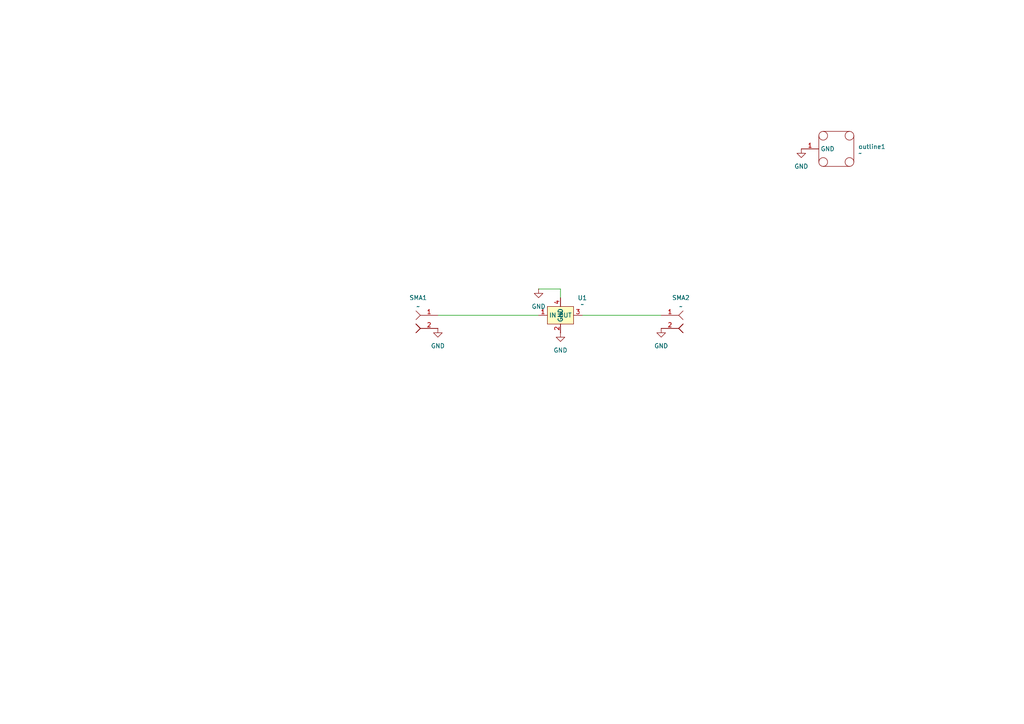
<source format=kicad_sch>
(kicad_sch (version 20231120) (generator "eeschema") (generator_version "8.0")
  (paper "A4")
  (lib_symbols
    (symbol "MUSIC_LAB:Filter_0603"
      (property "Reference" "U" (at 0 0 0))
      (symbol "Filter_0603_1_1"
        (rectangle (start -3.81 2.54) (end 3.81 -2.54) (fill (type background)))
        (pin input line (at -6.35 0 0) (length 2.54) (name "IN") (number "1"))
        (pin passive line (at 0 -5.08 90) (length 2.54) (name "GND") (number "2"))
        (pin input line (at 6.35 0 180) (length 2.54) (name "OUT") (number "3"))
        (pin passive line (at 0 5.08 270) (length 2.54) (name "GND") (number "4"))
      )
    )
    (symbol "MUSIC_LAB:SMA"
      (property "Reference" "SMA" (at 1.27 -1.27 0))
      (symbol "SMA_0_1"
        (polyline (pts (xy -1.27 1.27) (xy -2.54 0)))
        (polyline (pts (xy -1.27 1.27) (xy -2.54 0)))
        (polyline (pts (xy -1.27 1.27) (xy -2.54 0)))
        (polyline (pts (xy -1.27 1.27) (xy -2.54 0)))
        (polyline (pts (xy -1.27 1.27) (xy -2.54 2.54)))
        (polyline (pts (xy -1.27 1.27) (xy -2.54 2.54)))
        (polyline (pts (xy -1.27 1.27) (xy -2.54 2.54)))
        (polyline (pts (xy -1.27 1.27) (xy -2.54 2.54)))
        (polyline (pts (xy -1.27 5.08) (xy -2.54 3.81)))
        (polyline (pts (xy -1.27 5.08) (xy -2.54 6.35)))
      )
      (symbol "SMA_1_1"
        (pin passive line (at 3.81 5.08 180) (length 5.08) (name "") (number "1"))
        (pin passive line (at 3.81 1.27 180) (length 5.08) (name "") (number "2"))
      )
    )
    (symbol "MUSIC_LAB:outline"
      (property "Reference" "outline" (at 0 6.35 0))
      (symbol "outline_0_1"
        (circle (center -3.81 -3.81) (radius 1.27))
        (circle (center -3.81 3.81) (radius 1.27))
        (polyline (pts (xy -5.08 3.81) (xy -5.08 -3.81)))
        (polyline (pts (xy -3.81 -5.08) (xy 3.81 -5.08)))
        (polyline (pts (xy 3.81 5.08) (xy -3.81 5.08)))
        (polyline (pts (xy 5.08 3.81) (xy 5.08 -3.81)))
        (circle (center 3.81 -3.81) (radius 1.27))
        (circle (center 3.81 3.81) (radius 1.27))
      )
      (symbol "outline_1_1"
        (pin free line (at -10.16 0 0) (length 5.08) (name "GND") (number "1"))
      )
    )
    (symbol "power:GND" (power) (pin_numbers hide) (pin_names (offset 0) hide)
      (property "Value" "GND" (at 0 -3.81 0))
      (symbol "GND_0_1"
        (polyline (pts (xy 0 0) (xy 0 -1.27) (xy 1.27 -1.27) (xy 0 -2.54) (xy -1.27 -1.27) (xy 0 -1.27)))
      )
      (symbol "GND_1_1"
        (pin power_in line (at 0 0 270) (length 0) (name "~") (number "1"))
      )
    )
  )
  (wire (pts (xy 162.56 83.82) (xy 162.56 86.36)))
  (wire (pts (xy 156.21 83.82) (xy 162.56 83.82)))
  (wire (pts (xy 127 91.44) (xy 156.21 91.44)))
  (wire (pts (xy 191.77 91.44) (xy 168.91 91.44)))
  (symbol (lib_id "power:GND") (at 232.41 43.18 0) (unit 1)
    (property "Reference" "#PWR02" (effects (hide yes)))
    (property "Value" "GND" (at 232.41 48.26 0))
    (property "Description" "Power symbol creates a global label with name \"GND\" , ground" (effects (hide yes)))
  )
  (symbol (lib_id "power:GND") (at 162.56 96.52 0) (unit 1)
    (property "Reference" "#PWR06" (effects (hide yes)))
    (property "Value" "GND" (at 162.56 101.6 0))
    (property "Description" "Power symbol creates a global label with name \"GND\" , ground" (effects (hide yes)))
  )
  (symbol (lib_id "power:GND") (at 156.21 83.82 0) (unit 1)
    (property "Reference" "#PWR03" (effects (hide yes)))
    (property "Value" "GND" (at 156.21 88.9 0))
    (property "Description" "Power symbol creates a global label with name \"GND\" , ground" (effects (hide yes)))
  )
  (symbol (lib_id "MUSIC_LAB:SMA") (at 123.19 96.52 0) (unit 1)
    (property "Reference" "SMA1" (at 121.285 86.36 0))
    (property "Value" "~" (at 121.285 88.9 0))
    (property "Footprint" "MUSIC_Lab:SMA_KHD_Back" (effects (hide yes)))
  )
  (symbol (lib_id "MUSIC_LAB:outline") (at 242.57 43.18 0) (unit 1)
    (property "Reference" "outline1" (at 248.92 42.5449 0) (effects (justify left)))
    (property "Value" "~" (at 248.92 44.45 0) (effects (justify left)))
    (property "Footprint" "MUSIC_Lab:Outline_3x2_cavity_1.5mm" (effects (hide yes)))
  )
  (symbol (lib_id "MUSIC_LAB:Filter_0603") (at 162.56 91.44 0) (unit 1)
    (property "Reference" "U1" (at 168.91 86.3914 0))
    (property "Value" "~" (at 168.91 88.2965 0))
    (property "Footprint" "MUSIC_Lab:Filter_0603" (effects (hide yes)))
  )
  (symbol (lib_id "MUSIC_LAB:SMA") (at 195.58 96.52 0) (mirror y) (unit 1)
    (property "Reference" "SMA2" (at 197.485 86.36 0))
    (property "Value" "~" (at 197.485 88.9 0))
    (property "Footprint" "MUSIC_Lab:SMA_KHD_Back" (effects (hide yes)))
  )
  (symbol (lib_id "power:GND") (at 127 95.25 0) (unit 1)
    (property "Reference" "#PWR01" (effects (hide yes)))
    (property "Value" "GND" (at 127 100.33 0))
    (property "Description" "Power symbol creates a global label with name \"GND\" , ground" (effects (hide yes)))
  )
  (symbol (lib_id "power:GND") (at 191.77 95.25 0) (unit 1)
    (property "Reference" "#PWR04" (effects (hide yes)))
    (property "Value" "GND" (at 191.77 100.33 0))
    (property "Description" "Power symbol creates a global label with name \"GND\" , ground" (effects (hide yes)))
  )
)
</source>
